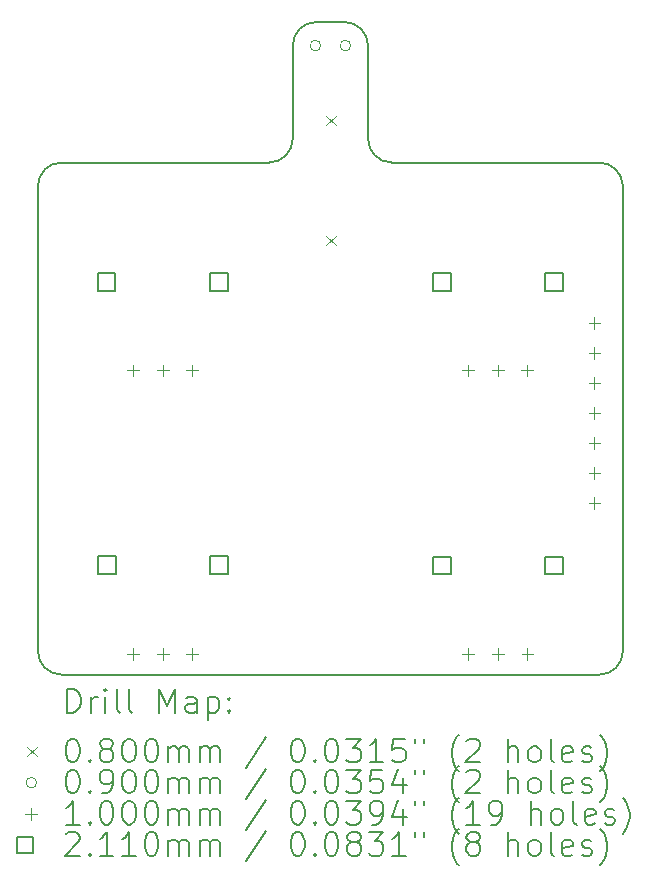
<source format=gbr>
%TF.GenerationSoftware,KiCad,Pcbnew,(6.0.9)*%
%TF.CreationDate,2022-11-21T10:54:18+01:00*%
%TF.ProjectId,IO Board,494f2042-6f61-4726-942e-6b696361645f,rev?*%
%TF.SameCoordinates,Original*%
%TF.FileFunction,Drillmap*%
%TF.FilePolarity,Positive*%
%FSLAX45Y45*%
G04 Gerber Fmt 4.5, Leading zero omitted, Abs format (unit mm)*
G04 Created by KiCad (PCBNEW (6.0.9)) date 2022-11-21 10:54:18*
%MOMM*%
%LPD*%
G01*
G04 APERTURE LIST*
%ADD10C,0.200000*%
%ADD11C,0.080000*%
%ADD12C,0.090000*%
%ADD13C,0.100000*%
%ADD14C,0.210950*%
G04 APERTURE END LIST*
D10*
X24040110Y-7011620D02*
G75*
G03*
X23840112Y-6811620I-200000J0D01*
G01*
X19287787Y-6811617D02*
G75*
G03*
X19087787Y-7011620I3J-200003D01*
G01*
X21882760Y-6611620D02*
X21882760Y-5821620D01*
X21882760Y-6611620D02*
G75*
G03*
X22082760Y-6811620I200000J0D01*
G01*
X19287787Y-11148042D02*
X23840112Y-11148042D01*
X21045139Y-6811619D02*
G75*
G03*
X21245139Y-6611620I1J199999D01*
G01*
X24040112Y-10948042D02*
X24040112Y-7011620D01*
X21045139Y-6811620D02*
X19287787Y-6811620D01*
X19087788Y-10948042D02*
G75*
G03*
X19287787Y-11148042I200002J2D01*
G01*
X19087787Y-7011620D02*
X19087787Y-10948042D01*
X23840112Y-6811620D02*
X22082760Y-6811620D01*
X21882760Y-5821620D02*
G75*
G03*
X21682760Y-5621620I-200000J0D01*
G01*
X21682760Y-5621620D02*
X21445139Y-5621620D01*
X21445139Y-5621619D02*
G75*
G03*
X21245139Y-5821620I1J-200001D01*
G01*
X21245139Y-5821620D02*
X21245139Y-6611620D01*
X23840112Y-11148042D02*
G75*
G03*
X24040112Y-10948042I-2J200002D01*
G01*
D11*
X21528635Y-6416779D02*
X21608635Y-6496779D01*
X21608635Y-6416779D02*
X21528635Y-6496779D01*
X21528635Y-7432779D02*
X21608635Y-7512779D01*
X21608635Y-7432779D02*
X21528635Y-7512779D01*
D12*
X21482600Y-5821680D02*
G75*
G03*
X21482600Y-5821680I-45000J0D01*
G01*
X21736600Y-5821680D02*
G75*
G03*
X21736600Y-5821680I-45000J0D01*
G01*
D13*
X19894814Y-8522046D02*
X19894814Y-8622046D01*
X19844814Y-8572046D02*
X19944814Y-8572046D01*
X19895492Y-10921611D02*
X19895492Y-11021611D01*
X19845492Y-10971611D02*
X19945492Y-10971611D01*
X20144814Y-8522046D02*
X20144814Y-8622046D01*
X20094814Y-8572046D02*
X20194814Y-8572046D01*
X20145492Y-10921611D02*
X20145492Y-11021611D01*
X20095492Y-10971611D02*
X20195492Y-10971611D01*
X20394814Y-8522046D02*
X20394814Y-8622046D01*
X20344814Y-8572046D02*
X20444814Y-8572046D01*
X20395492Y-10921611D02*
X20395492Y-11021611D01*
X20345492Y-10971611D02*
X20445492Y-10971611D01*
X22731638Y-8522301D02*
X22731638Y-8622301D01*
X22681638Y-8572301D02*
X22781638Y-8572301D01*
X22732161Y-10922516D02*
X22732161Y-11022516D01*
X22682161Y-10972516D02*
X22782161Y-10972516D01*
X22981638Y-8522301D02*
X22981638Y-8622301D01*
X22931638Y-8572301D02*
X23031638Y-8572301D01*
X22982161Y-10922516D02*
X22982161Y-11022516D01*
X22932161Y-10972516D02*
X23032161Y-10972516D01*
X23231638Y-8522301D02*
X23231638Y-8622301D01*
X23181638Y-8572301D02*
X23281638Y-8572301D01*
X23232161Y-10922516D02*
X23232161Y-11022516D01*
X23182161Y-10972516D02*
X23282161Y-10972516D01*
X23799800Y-8118640D02*
X23799800Y-8218640D01*
X23749800Y-8168640D02*
X23849800Y-8168640D01*
X23799800Y-8372640D02*
X23799800Y-8472640D01*
X23749800Y-8422640D02*
X23849800Y-8422640D01*
X23799800Y-8626640D02*
X23799800Y-8726640D01*
X23749800Y-8676640D02*
X23849800Y-8676640D01*
X23799800Y-8880640D02*
X23799800Y-8980640D01*
X23749800Y-8930640D02*
X23849800Y-8930640D01*
X23799800Y-9134640D02*
X23799800Y-9234640D01*
X23749800Y-9184640D02*
X23849800Y-9184640D01*
X23799800Y-9388640D02*
X23799800Y-9488640D01*
X23749800Y-9438640D02*
X23849800Y-9438640D01*
X23799800Y-9642640D02*
X23799800Y-9742640D01*
X23749800Y-9692640D02*
X23849800Y-9692640D01*
D14*
X19744397Y-7896629D02*
X19744397Y-7747463D01*
X19595231Y-7747463D01*
X19595231Y-7896629D01*
X19744397Y-7896629D01*
X19745074Y-10296194D02*
X19745074Y-10147028D01*
X19595909Y-10147028D01*
X19595909Y-10296194D01*
X19745074Y-10296194D01*
X20694397Y-7896629D02*
X20694397Y-7747463D01*
X20545231Y-7747463D01*
X20545231Y-7896629D01*
X20694397Y-7896629D01*
X20695074Y-10296194D02*
X20695074Y-10147028D01*
X20545909Y-10147028D01*
X20545909Y-10296194D01*
X20695074Y-10296194D01*
X22581221Y-7896883D02*
X22581221Y-7747718D01*
X22432055Y-7747718D01*
X22432055Y-7896883D01*
X22581221Y-7896883D01*
X22581744Y-10297099D02*
X22581744Y-10147933D01*
X22432578Y-10147933D01*
X22432578Y-10297099D01*
X22581744Y-10297099D01*
X23531221Y-7896883D02*
X23531221Y-7747718D01*
X23382055Y-7747718D01*
X23382055Y-7896883D01*
X23531221Y-7896883D01*
X23531744Y-10297099D02*
X23531744Y-10147933D01*
X23382578Y-10147933D01*
X23382578Y-10297099D01*
X23531744Y-10297099D01*
D10*
X19335406Y-11468518D02*
X19335406Y-11268518D01*
X19383025Y-11268518D01*
X19411597Y-11278042D01*
X19430644Y-11297089D01*
X19440168Y-11316137D01*
X19449692Y-11354232D01*
X19449692Y-11382804D01*
X19440168Y-11420899D01*
X19430644Y-11439946D01*
X19411597Y-11458994D01*
X19383025Y-11468518D01*
X19335406Y-11468518D01*
X19535406Y-11468518D02*
X19535406Y-11335184D01*
X19535406Y-11373280D02*
X19544930Y-11354232D01*
X19554454Y-11344708D01*
X19573501Y-11335184D01*
X19592549Y-11335184D01*
X19659216Y-11468518D02*
X19659216Y-11335184D01*
X19659216Y-11268518D02*
X19649692Y-11278042D01*
X19659216Y-11287565D01*
X19668739Y-11278042D01*
X19659216Y-11268518D01*
X19659216Y-11287565D01*
X19783025Y-11468518D02*
X19763977Y-11458994D01*
X19754454Y-11439946D01*
X19754454Y-11268518D01*
X19887787Y-11468518D02*
X19868739Y-11458994D01*
X19859216Y-11439946D01*
X19859216Y-11268518D01*
X20116358Y-11468518D02*
X20116358Y-11268518D01*
X20183025Y-11411375D01*
X20249692Y-11268518D01*
X20249692Y-11468518D01*
X20430644Y-11468518D02*
X20430644Y-11363756D01*
X20421120Y-11344708D01*
X20402073Y-11335184D01*
X20363977Y-11335184D01*
X20344930Y-11344708D01*
X20430644Y-11458994D02*
X20411597Y-11468518D01*
X20363977Y-11468518D01*
X20344930Y-11458994D01*
X20335406Y-11439946D01*
X20335406Y-11420899D01*
X20344930Y-11401851D01*
X20363977Y-11392327D01*
X20411597Y-11392327D01*
X20430644Y-11382804D01*
X20525882Y-11335184D02*
X20525882Y-11535184D01*
X20525882Y-11344708D02*
X20544930Y-11335184D01*
X20583025Y-11335184D01*
X20602073Y-11344708D01*
X20611597Y-11354232D01*
X20621120Y-11373280D01*
X20621120Y-11430423D01*
X20611597Y-11449470D01*
X20602073Y-11458994D01*
X20583025Y-11468518D01*
X20544930Y-11468518D01*
X20525882Y-11458994D01*
X20706835Y-11449470D02*
X20716358Y-11458994D01*
X20706835Y-11468518D01*
X20697311Y-11458994D01*
X20706835Y-11449470D01*
X20706835Y-11468518D01*
X20706835Y-11344708D02*
X20716358Y-11354232D01*
X20706835Y-11363756D01*
X20697311Y-11354232D01*
X20706835Y-11344708D01*
X20706835Y-11363756D01*
D11*
X18997787Y-11758042D02*
X19077787Y-11838042D01*
X19077787Y-11758042D02*
X18997787Y-11838042D01*
D10*
X19373501Y-11688518D02*
X19392549Y-11688518D01*
X19411597Y-11698042D01*
X19421120Y-11707565D01*
X19430644Y-11726613D01*
X19440168Y-11764708D01*
X19440168Y-11812327D01*
X19430644Y-11850423D01*
X19421120Y-11869470D01*
X19411597Y-11878994D01*
X19392549Y-11888518D01*
X19373501Y-11888518D01*
X19354454Y-11878994D01*
X19344930Y-11869470D01*
X19335406Y-11850423D01*
X19325882Y-11812327D01*
X19325882Y-11764708D01*
X19335406Y-11726613D01*
X19344930Y-11707565D01*
X19354454Y-11698042D01*
X19373501Y-11688518D01*
X19525882Y-11869470D02*
X19535406Y-11878994D01*
X19525882Y-11888518D01*
X19516358Y-11878994D01*
X19525882Y-11869470D01*
X19525882Y-11888518D01*
X19649692Y-11774232D02*
X19630644Y-11764708D01*
X19621120Y-11755184D01*
X19611597Y-11736137D01*
X19611597Y-11726613D01*
X19621120Y-11707565D01*
X19630644Y-11698042D01*
X19649692Y-11688518D01*
X19687787Y-11688518D01*
X19706835Y-11698042D01*
X19716358Y-11707565D01*
X19725882Y-11726613D01*
X19725882Y-11736137D01*
X19716358Y-11755184D01*
X19706835Y-11764708D01*
X19687787Y-11774232D01*
X19649692Y-11774232D01*
X19630644Y-11783756D01*
X19621120Y-11793280D01*
X19611597Y-11812327D01*
X19611597Y-11850423D01*
X19621120Y-11869470D01*
X19630644Y-11878994D01*
X19649692Y-11888518D01*
X19687787Y-11888518D01*
X19706835Y-11878994D01*
X19716358Y-11869470D01*
X19725882Y-11850423D01*
X19725882Y-11812327D01*
X19716358Y-11793280D01*
X19706835Y-11783756D01*
X19687787Y-11774232D01*
X19849692Y-11688518D02*
X19868739Y-11688518D01*
X19887787Y-11698042D01*
X19897311Y-11707565D01*
X19906835Y-11726613D01*
X19916358Y-11764708D01*
X19916358Y-11812327D01*
X19906835Y-11850423D01*
X19897311Y-11869470D01*
X19887787Y-11878994D01*
X19868739Y-11888518D01*
X19849692Y-11888518D01*
X19830644Y-11878994D01*
X19821120Y-11869470D01*
X19811597Y-11850423D01*
X19802073Y-11812327D01*
X19802073Y-11764708D01*
X19811597Y-11726613D01*
X19821120Y-11707565D01*
X19830644Y-11698042D01*
X19849692Y-11688518D01*
X20040168Y-11688518D02*
X20059216Y-11688518D01*
X20078263Y-11698042D01*
X20087787Y-11707565D01*
X20097311Y-11726613D01*
X20106835Y-11764708D01*
X20106835Y-11812327D01*
X20097311Y-11850423D01*
X20087787Y-11869470D01*
X20078263Y-11878994D01*
X20059216Y-11888518D01*
X20040168Y-11888518D01*
X20021120Y-11878994D01*
X20011597Y-11869470D01*
X20002073Y-11850423D01*
X19992549Y-11812327D01*
X19992549Y-11764708D01*
X20002073Y-11726613D01*
X20011597Y-11707565D01*
X20021120Y-11698042D01*
X20040168Y-11688518D01*
X20192549Y-11888518D02*
X20192549Y-11755184D01*
X20192549Y-11774232D02*
X20202073Y-11764708D01*
X20221120Y-11755184D01*
X20249692Y-11755184D01*
X20268739Y-11764708D01*
X20278263Y-11783756D01*
X20278263Y-11888518D01*
X20278263Y-11783756D02*
X20287787Y-11764708D01*
X20306835Y-11755184D01*
X20335406Y-11755184D01*
X20354454Y-11764708D01*
X20363977Y-11783756D01*
X20363977Y-11888518D01*
X20459216Y-11888518D02*
X20459216Y-11755184D01*
X20459216Y-11774232D02*
X20468739Y-11764708D01*
X20487787Y-11755184D01*
X20516358Y-11755184D01*
X20535406Y-11764708D01*
X20544930Y-11783756D01*
X20544930Y-11888518D01*
X20544930Y-11783756D02*
X20554454Y-11764708D01*
X20573501Y-11755184D01*
X20602073Y-11755184D01*
X20621120Y-11764708D01*
X20630644Y-11783756D01*
X20630644Y-11888518D01*
X21021120Y-11678994D02*
X20849692Y-11936137D01*
X21278263Y-11688518D02*
X21297311Y-11688518D01*
X21316358Y-11698042D01*
X21325882Y-11707565D01*
X21335406Y-11726613D01*
X21344930Y-11764708D01*
X21344930Y-11812327D01*
X21335406Y-11850423D01*
X21325882Y-11869470D01*
X21316358Y-11878994D01*
X21297311Y-11888518D01*
X21278263Y-11888518D01*
X21259216Y-11878994D01*
X21249692Y-11869470D01*
X21240168Y-11850423D01*
X21230644Y-11812327D01*
X21230644Y-11764708D01*
X21240168Y-11726613D01*
X21249692Y-11707565D01*
X21259216Y-11698042D01*
X21278263Y-11688518D01*
X21430644Y-11869470D02*
X21440168Y-11878994D01*
X21430644Y-11888518D01*
X21421120Y-11878994D01*
X21430644Y-11869470D01*
X21430644Y-11888518D01*
X21563977Y-11688518D02*
X21583025Y-11688518D01*
X21602073Y-11698042D01*
X21611597Y-11707565D01*
X21621120Y-11726613D01*
X21630644Y-11764708D01*
X21630644Y-11812327D01*
X21621120Y-11850423D01*
X21611597Y-11869470D01*
X21602073Y-11878994D01*
X21583025Y-11888518D01*
X21563977Y-11888518D01*
X21544930Y-11878994D01*
X21535406Y-11869470D01*
X21525882Y-11850423D01*
X21516358Y-11812327D01*
X21516358Y-11764708D01*
X21525882Y-11726613D01*
X21535406Y-11707565D01*
X21544930Y-11698042D01*
X21563977Y-11688518D01*
X21697311Y-11688518D02*
X21821120Y-11688518D01*
X21754454Y-11764708D01*
X21783025Y-11764708D01*
X21802073Y-11774232D01*
X21811597Y-11783756D01*
X21821120Y-11802804D01*
X21821120Y-11850423D01*
X21811597Y-11869470D01*
X21802073Y-11878994D01*
X21783025Y-11888518D01*
X21725882Y-11888518D01*
X21706835Y-11878994D01*
X21697311Y-11869470D01*
X22011597Y-11888518D02*
X21897311Y-11888518D01*
X21954454Y-11888518D02*
X21954454Y-11688518D01*
X21935406Y-11717089D01*
X21916358Y-11736137D01*
X21897311Y-11745661D01*
X22192549Y-11688518D02*
X22097311Y-11688518D01*
X22087787Y-11783756D01*
X22097311Y-11774232D01*
X22116358Y-11764708D01*
X22163977Y-11764708D01*
X22183025Y-11774232D01*
X22192549Y-11783756D01*
X22202073Y-11802804D01*
X22202073Y-11850423D01*
X22192549Y-11869470D01*
X22183025Y-11878994D01*
X22163977Y-11888518D01*
X22116358Y-11888518D01*
X22097311Y-11878994D01*
X22087787Y-11869470D01*
X22278263Y-11688518D02*
X22278263Y-11726613D01*
X22354454Y-11688518D02*
X22354454Y-11726613D01*
X22649692Y-11964708D02*
X22640168Y-11955184D01*
X22621120Y-11926613D01*
X22611596Y-11907565D01*
X22602073Y-11878994D01*
X22592549Y-11831375D01*
X22592549Y-11793280D01*
X22602073Y-11745661D01*
X22611596Y-11717089D01*
X22621120Y-11698042D01*
X22640168Y-11669470D01*
X22649692Y-11659946D01*
X22716358Y-11707565D02*
X22725882Y-11698042D01*
X22744930Y-11688518D01*
X22792549Y-11688518D01*
X22811596Y-11698042D01*
X22821120Y-11707565D01*
X22830644Y-11726613D01*
X22830644Y-11745661D01*
X22821120Y-11774232D01*
X22706835Y-11888518D01*
X22830644Y-11888518D01*
X23068739Y-11888518D02*
X23068739Y-11688518D01*
X23154454Y-11888518D02*
X23154454Y-11783756D01*
X23144930Y-11764708D01*
X23125882Y-11755184D01*
X23097311Y-11755184D01*
X23078263Y-11764708D01*
X23068739Y-11774232D01*
X23278263Y-11888518D02*
X23259215Y-11878994D01*
X23249692Y-11869470D01*
X23240168Y-11850423D01*
X23240168Y-11793280D01*
X23249692Y-11774232D01*
X23259215Y-11764708D01*
X23278263Y-11755184D01*
X23306835Y-11755184D01*
X23325882Y-11764708D01*
X23335406Y-11774232D01*
X23344930Y-11793280D01*
X23344930Y-11850423D01*
X23335406Y-11869470D01*
X23325882Y-11878994D01*
X23306835Y-11888518D01*
X23278263Y-11888518D01*
X23459215Y-11888518D02*
X23440168Y-11878994D01*
X23430644Y-11859946D01*
X23430644Y-11688518D01*
X23611596Y-11878994D02*
X23592549Y-11888518D01*
X23554454Y-11888518D01*
X23535406Y-11878994D01*
X23525882Y-11859946D01*
X23525882Y-11783756D01*
X23535406Y-11764708D01*
X23554454Y-11755184D01*
X23592549Y-11755184D01*
X23611596Y-11764708D01*
X23621120Y-11783756D01*
X23621120Y-11802804D01*
X23525882Y-11821851D01*
X23697311Y-11878994D02*
X23716358Y-11888518D01*
X23754454Y-11888518D01*
X23773501Y-11878994D01*
X23783025Y-11859946D01*
X23783025Y-11850423D01*
X23773501Y-11831375D01*
X23754454Y-11821851D01*
X23725882Y-11821851D01*
X23706835Y-11812327D01*
X23697311Y-11793280D01*
X23697311Y-11783756D01*
X23706835Y-11764708D01*
X23725882Y-11755184D01*
X23754454Y-11755184D01*
X23773501Y-11764708D01*
X23849692Y-11964708D02*
X23859215Y-11955184D01*
X23878263Y-11926613D01*
X23887787Y-11907565D01*
X23897311Y-11878994D01*
X23906835Y-11831375D01*
X23906835Y-11793280D01*
X23897311Y-11745661D01*
X23887787Y-11717089D01*
X23878263Y-11698042D01*
X23859215Y-11669470D01*
X23849692Y-11659946D01*
D12*
X19077787Y-12062042D02*
G75*
G03*
X19077787Y-12062042I-45000J0D01*
G01*
D10*
X19373501Y-11952518D02*
X19392549Y-11952518D01*
X19411597Y-11962042D01*
X19421120Y-11971565D01*
X19430644Y-11990613D01*
X19440168Y-12028708D01*
X19440168Y-12076327D01*
X19430644Y-12114423D01*
X19421120Y-12133470D01*
X19411597Y-12142994D01*
X19392549Y-12152518D01*
X19373501Y-12152518D01*
X19354454Y-12142994D01*
X19344930Y-12133470D01*
X19335406Y-12114423D01*
X19325882Y-12076327D01*
X19325882Y-12028708D01*
X19335406Y-11990613D01*
X19344930Y-11971565D01*
X19354454Y-11962042D01*
X19373501Y-11952518D01*
X19525882Y-12133470D02*
X19535406Y-12142994D01*
X19525882Y-12152518D01*
X19516358Y-12142994D01*
X19525882Y-12133470D01*
X19525882Y-12152518D01*
X19630644Y-12152518D02*
X19668739Y-12152518D01*
X19687787Y-12142994D01*
X19697311Y-12133470D01*
X19716358Y-12104899D01*
X19725882Y-12066804D01*
X19725882Y-11990613D01*
X19716358Y-11971565D01*
X19706835Y-11962042D01*
X19687787Y-11952518D01*
X19649692Y-11952518D01*
X19630644Y-11962042D01*
X19621120Y-11971565D01*
X19611597Y-11990613D01*
X19611597Y-12038232D01*
X19621120Y-12057280D01*
X19630644Y-12066804D01*
X19649692Y-12076327D01*
X19687787Y-12076327D01*
X19706835Y-12066804D01*
X19716358Y-12057280D01*
X19725882Y-12038232D01*
X19849692Y-11952518D02*
X19868739Y-11952518D01*
X19887787Y-11962042D01*
X19897311Y-11971565D01*
X19906835Y-11990613D01*
X19916358Y-12028708D01*
X19916358Y-12076327D01*
X19906835Y-12114423D01*
X19897311Y-12133470D01*
X19887787Y-12142994D01*
X19868739Y-12152518D01*
X19849692Y-12152518D01*
X19830644Y-12142994D01*
X19821120Y-12133470D01*
X19811597Y-12114423D01*
X19802073Y-12076327D01*
X19802073Y-12028708D01*
X19811597Y-11990613D01*
X19821120Y-11971565D01*
X19830644Y-11962042D01*
X19849692Y-11952518D01*
X20040168Y-11952518D02*
X20059216Y-11952518D01*
X20078263Y-11962042D01*
X20087787Y-11971565D01*
X20097311Y-11990613D01*
X20106835Y-12028708D01*
X20106835Y-12076327D01*
X20097311Y-12114423D01*
X20087787Y-12133470D01*
X20078263Y-12142994D01*
X20059216Y-12152518D01*
X20040168Y-12152518D01*
X20021120Y-12142994D01*
X20011597Y-12133470D01*
X20002073Y-12114423D01*
X19992549Y-12076327D01*
X19992549Y-12028708D01*
X20002073Y-11990613D01*
X20011597Y-11971565D01*
X20021120Y-11962042D01*
X20040168Y-11952518D01*
X20192549Y-12152518D02*
X20192549Y-12019184D01*
X20192549Y-12038232D02*
X20202073Y-12028708D01*
X20221120Y-12019184D01*
X20249692Y-12019184D01*
X20268739Y-12028708D01*
X20278263Y-12047756D01*
X20278263Y-12152518D01*
X20278263Y-12047756D02*
X20287787Y-12028708D01*
X20306835Y-12019184D01*
X20335406Y-12019184D01*
X20354454Y-12028708D01*
X20363977Y-12047756D01*
X20363977Y-12152518D01*
X20459216Y-12152518D02*
X20459216Y-12019184D01*
X20459216Y-12038232D02*
X20468739Y-12028708D01*
X20487787Y-12019184D01*
X20516358Y-12019184D01*
X20535406Y-12028708D01*
X20544930Y-12047756D01*
X20544930Y-12152518D01*
X20544930Y-12047756D02*
X20554454Y-12028708D01*
X20573501Y-12019184D01*
X20602073Y-12019184D01*
X20621120Y-12028708D01*
X20630644Y-12047756D01*
X20630644Y-12152518D01*
X21021120Y-11942994D02*
X20849692Y-12200137D01*
X21278263Y-11952518D02*
X21297311Y-11952518D01*
X21316358Y-11962042D01*
X21325882Y-11971565D01*
X21335406Y-11990613D01*
X21344930Y-12028708D01*
X21344930Y-12076327D01*
X21335406Y-12114423D01*
X21325882Y-12133470D01*
X21316358Y-12142994D01*
X21297311Y-12152518D01*
X21278263Y-12152518D01*
X21259216Y-12142994D01*
X21249692Y-12133470D01*
X21240168Y-12114423D01*
X21230644Y-12076327D01*
X21230644Y-12028708D01*
X21240168Y-11990613D01*
X21249692Y-11971565D01*
X21259216Y-11962042D01*
X21278263Y-11952518D01*
X21430644Y-12133470D02*
X21440168Y-12142994D01*
X21430644Y-12152518D01*
X21421120Y-12142994D01*
X21430644Y-12133470D01*
X21430644Y-12152518D01*
X21563977Y-11952518D02*
X21583025Y-11952518D01*
X21602073Y-11962042D01*
X21611597Y-11971565D01*
X21621120Y-11990613D01*
X21630644Y-12028708D01*
X21630644Y-12076327D01*
X21621120Y-12114423D01*
X21611597Y-12133470D01*
X21602073Y-12142994D01*
X21583025Y-12152518D01*
X21563977Y-12152518D01*
X21544930Y-12142994D01*
X21535406Y-12133470D01*
X21525882Y-12114423D01*
X21516358Y-12076327D01*
X21516358Y-12028708D01*
X21525882Y-11990613D01*
X21535406Y-11971565D01*
X21544930Y-11962042D01*
X21563977Y-11952518D01*
X21697311Y-11952518D02*
X21821120Y-11952518D01*
X21754454Y-12028708D01*
X21783025Y-12028708D01*
X21802073Y-12038232D01*
X21811597Y-12047756D01*
X21821120Y-12066804D01*
X21821120Y-12114423D01*
X21811597Y-12133470D01*
X21802073Y-12142994D01*
X21783025Y-12152518D01*
X21725882Y-12152518D01*
X21706835Y-12142994D01*
X21697311Y-12133470D01*
X22002073Y-11952518D02*
X21906835Y-11952518D01*
X21897311Y-12047756D01*
X21906835Y-12038232D01*
X21925882Y-12028708D01*
X21973501Y-12028708D01*
X21992549Y-12038232D01*
X22002073Y-12047756D01*
X22011597Y-12066804D01*
X22011597Y-12114423D01*
X22002073Y-12133470D01*
X21992549Y-12142994D01*
X21973501Y-12152518D01*
X21925882Y-12152518D01*
X21906835Y-12142994D01*
X21897311Y-12133470D01*
X22183025Y-12019184D02*
X22183025Y-12152518D01*
X22135406Y-11942994D02*
X22087787Y-12085851D01*
X22211597Y-12085851D01*
X22278263Y-11952518D02*
X22278263Y-11990613D01*
X22354454Y-11952518D02*
X22354454Y-11990613D01*
X22649692Y-12228708D02*
X22640168Y-12219184D01*
X22621120Y-12190613D01*
X22611596Y-12171565D01*
X22602073Y-12142994D01*
X22592549Y-12095375D01*
X22592549Y-12057280D01*
X22602073Y-12009661D01*
X22611596Y-11981089D01*
X22621120Y-11962042D01*
X22640168Y-11933470D01*
X22649692Y-11923946D01*
X22716358Y-11971565D02*
X22725882Y-11962042D01*
X22744930Y-11952518D01*
X22792549Y-11952518D01*
X22811596Y-11962042D01*
X22821120Y-11971565D01*
X22830644Y-11990613D01*
X22830644Y-12009661D01*
X22821120Y-12038232D01*
X22706835Y-12152518D01*
X22830644Y-12152518D01*
X23068739Y-12152518D02*
X23068739Y-11952518D01*
X23154454Y-12152518D02*
X23154454Y-12047756D01*
X23144930Y-12028708D01*
X23125882Y-12019184D01*
X23097311Y-12019184D01*
X23078263Y-12028708D01*
X23068739Y-12038232D01*
X23278263Y-12152518D02*
X23259215Y-12142994D01*
X23249692Y-12133470D01*
X23240168Y-12114423D01*
X23240168Y-12057280D01*
X23249692Y-12038232D01*
X23259215Y-12028708D01*
X23278263Y-12019184D01*
X23306835Y-12019184D01*
X23325882Y-12028708D01*
X23335406Y-12038232D01*
X23344930Y-12057280D01*
X23344930Y-12114423D01*
X23335406Y-12133470D01*
X23325882Y-12142994D01*
X23306835Y-12152518D01*
X23278263Y-12152518D01*
X23459215Y-12152518D02*
X23440168Y-12142994D01*
X23430644Y-12123946D01*
X23430644Y-11952518D01*
X23611596Y-12142994D02*
X23592549Y-12152518D01*
X23554454Y-12152518D01*
X23535406Y-12142994D01*
X23525882Y-12123946D01*
X23525882Y-12047756D01*
X23535406Y-12028708D01*
X23554454Y-12019184D01*
X23592549Y-12019184D01*
X23611596Y-12028708D01*
X23621120Y-12047756D01*
X23621120Y-12066804D01*
X23525882Y-12085851D01*
X23697311Y-12142994D02*
X23716358Y-12152518D01*
X23754454Y-12152518D01*
X23773501Y-12142994D01*
X23783025Y-12123946D01*
X23783025Y-12114423D01*
X23773501Y-12095375D01*
X23754454Y-12085851D01*
X23725882Y-12085851D01*
X23706835Y-12076327D01*
X23697311Y-12057280D01*
X23697311Y-12047756D01*
X23706835Y-12028708D01*
X23725882Y-12019184D01*
X23754454Y-12019184D01*
X23773501Y-12028708D01*
X23849692Y-12228708D02*
X23859215Y-12219184D01*
X23878263Y-12190613D01*
X23887787Y-12171565D01*
X23897311Y-12142994D01*
X23906835Y-12095375D01*
X23906835Y-12057280D01*
X23897311Y-12009661D01*
X23887787Y-11981089D01*
X23878263Y-11962042D01*
X23859215Y-11933470D01*
X23849692Y-11923946D01*
D13*
X19027787Y-12276042D02*
X19027787Y-12376042D01*
X18977787Y-12326042D02*
X19077787Y-12326042D01*
D10*
X19440168Y-12416518D02*
X19325882Y-12416518D01*
X19383025Y-12416518D02*
X19383025Y-12216518D01*
X19363977Y-12245089D01*
X19344930Y-12264137D01*
X19325882Y-12273661D01*
X19525882Y-12397470D02*
X19535406Y-12406994D01*
X19525882Y-12416518D01*
X19516358Y-12406994D01*
X19525882Y-12397470D01*
X19525882Y-12416518D01*
X19659216Y-12216518D02*
X19678263Y-12216518D01*
X19697311Y-12226042D01*
X19706835Y-12235565D01*
X19716358Y-12254613D01*
X19725882Y-12292708D01*
X19725882Y-12340327D01*
X19716358Y-12378423D01*
X19706835Y-12397470D01*
X19697311Y-12406994D01*
X19678263Y-12416518D01*
X19659216Y-12416518D01*
X19640168Y-12406994D01*
X19630644Y-12397470D01*
X19621120Y-12378423D01*
X19611597Y-12340327D01*
X19611597Y-12292708D01*
X19621120Y-12254613D01*
X19630644Y-12235565D01*
X19640168Y-12226042D01*
X19659216Y-12216518D01*
X19849692Y-12216518D02*
X19868739Y-12216518D01*
X19887787Y-12226042D01*
X19897311Y-12235565D01*
X19906835Y-12254613D01*
X19916358Y-12292708D01*
X19916358Y-12340327D01*
X19906835Y-12378423D01*
X19897311Y-12397470D01*
X19887787Y-12406994D01*
X19868739Y-12416518D01*
X19849692Y-12416518D01*
X19830644Y-12406994D01*
X19821120Y-12397470D01*
X19811597Y-12378423D01*
X19802073Y-12340327D01*
X19802073Y-12292708D01*
X19811597Y-12254613D01*
X19821120Y-12235565D01*
X19830644Y-12226042D01*
X19849692Y-12216518D01*
X20040168Y-12216518D02*
X20059216Y-12216518D01*
X20078263Y-12226042D01*
X20087787Y-12235565D01*
X20097311Y-12254613D01*
X20106835Y-12292708D01*
X20106835Y-12340327D01*
X20097311Y-12378423D01*
X20087787Y-12397470D01*
X20078263Y-12406994D01*
X20059216Y-12416518D01*
X20040168Y-12416518D01*
X20021120Y-12406994D01*
X20011597Y-12397470D01*
X20002073Y-12378423D01*
X19992549Y-12340327D01*
X19992549Y-12292708D01*
X20002073Y-12254613D01*
X20011597Y-12235565D01*
X20021120Y-12226042D01*
X20040168Y-12216518D01*
X20192549Y-12416518D02*
X20192549Y-12283184D01*
X20192549Y-12302232D02*
X20202073Y-12292708D01*
X20221120Y-12283184D01*
X20249692Y-12283184D01*
X20268739Y-12292708D01*
X20278263Y-12311756D01*
X20278263Y-12416518D01*
X20278263Y-12311756D02*
X20287787Y-12292708D01*
X20306835Y-12283184D01*
X20335406Y-12283184D01*
X20354454Y-12292708D01*
X20363977Y-12311756D01*
X20363977Y-12416518D01*
X20459216Y-12416518D02*
X20459216Y-12283184D01*
X20459216Y-12302232D02*
X20468739Y-12292708D01*
X20487787Y-12283184D01*
X20516358Y-12283184D01*
X20535406Y-12292708D01*
X20544930Y-12311756D01*
X20544930Y-12416518D01*
X20544930Y-12311756D02*
X20554454Y-12292708D01*
X20573501Y-12283184D01*
X20602073Y-12283184D01*
X20621120Y-12292708D01*
X20630644Y-12311756D01*
X20630644Y-12416518D01*
X21021120Y-12206994D02*
X20849692Y-12464137D01*
X21278263Y-12216518D02*
X21297311Y-12216518D01*
X21316358Y-12226042D01*
X21325882Y-12235565D01*
X21335406Y-12254613D01*
X21344930Y-12292708D01*
X21344930Y-12340327D01*
X21335406Y-12378423D01*
X21325882Y-12397470D01*
X21316358Y-12406994D01*
X21297311Y-12416518D01*
X21278263Y-12416518D01*
X21259216Y-12406994D01*
X21249692Y-12397470D01*
X21240168Y-12378423D01*
X21230644Y-12340327D01*
X21230644Y-12292708D01*
X21240168Y-12254613D01*
X21249692Y-12235565D01*
X21259216Y-12226042D01*
X21278263Y-12216518D01*
X21430644Y-12397470D02*
X21440168Y-12406994D01*
X21430644Y-12416518D01*
X21421120Y-12406994D01*
X21430644Y-12397470D01*
X21430644Y-12416518D01*
X21563977Y-12216518D02*
X21583025Y-12216518D01*
X21602073Y-12226042D01*
X21611597Y-12235565D01*
X21621120Y-12254613D01*
X21630644Y-12292708D01*
X21630644Y-12340327D01*
X21621120Y-12378423D01*
X21611597Y-12397470D01*
X21602073Y-12406994D01*
X21583025Y-12416518D01*
X21563977Y-12416518D01*
X21544930Y-12406994D01*
X21535406Y-12397470D01*
X21525882Y-12378423D01*
X21516358Y-12340327D01*
X21516358Y-12292708D01*
X21525882Y-12254613D01*
X21535406Y-12235565D01*
X21544930Y-12226042D01*
X21563977Y-12216518D01*
X21697311Y-12216518D02*
X21821120Y-12216518D01*
X21754454Y-12292708D01*
X21783025Y-12292708D01*
X21802073Y-12302232D01*
X21811597Y-12311756D01*
X21821120Y-12330804D01*
X21821120Y-12378423D01*
X21811597Y-12397470D01*
X21802073Y-12406994D01*
X21783025Y-12416518D01*
X21725882Y-12416518D01*
X21706835Y-12406994D01*
X21697311Y-12397470D01*
X21916358Y-12416518D02*
X21954454Y-12416518D01*
X21973501Y-12406994D01*
X21983025Y-12397470D01*
X22002073Y-12368899D01*
X22011597Y-12330804D01*
X22011597Y-12254613D01*
X22002073Y-12235565D01*
X21992549Y-12226042D01*
X21973501Y-12216518D01*
X21935406Y-12216518D01*
X21916358Y-12226042D01*
X21906835Y-12235565D01*
X21897311Y-12254613D01*
X21897311Y-12302232D01*
X21906835Y-12321280D01*
X21916358Y-12330804D01*
X21935406Y-12340327D01*
X21973501Y-12340327D01*
X21992549Y-12330804D01*
X22002073Y-12321280D01*
X22011597Y-12302232D01*
X22183025Y-12283184D02*
X22183025Y-12416518D01*
X22135406Y-12206994D02*
X22087787Y-12349851D01*
X22211597Y-12349851D01*
X22278263Y-12216518D02*
X22278263Y-12254613D01*
X22354454Y-12216518D02*
X22354454Y-12254613D01*
X22649692Y-12492708D02*
X22640168Y-12483184D01*
X22621120Y-12454613D01*
X22611596Y-12435565D01*
X22602073Y-12406994D01*
X22592549Y-12359375D01*
X22592549Y-12321280D01*
X22602073Y-12273661D01*
X22611596Y-12245089D01*
X22621120Y-12226042D01*
X22640168Y-12197470D01*
X22649692Y-12187946D01*
X22830644Y-12416518D02*
X22716358Y-12416518D01*
X22773501Y-12416518D02*
X22773501Y-12216518D01*
X22754454Y-12245089D01*
X22735406Y-12264137D01*
X22716358Y-12273661D01*
X22925882Y-12416518D02*
X22963977Y-12416518D01*
X22983025Y-12406994D01*
X22992549Y-12397470D01*
X23011596Y-12368899D01*
X23021120Y-12330804D01*
X23021120Y-12254613D01*
X23011596Y-12235565D01*
X23002073Y-12226042D01*
X22983025Y-12216518D01*
X22944930Y-12216518D01*
X22925882Y-12226042D01*
X22916358Y-12235565D01*
X22906835Y-12254613D01*
X22906835Y-12302232D01*
X22916358Y-12321280D01*
X22925882Y-12330804D01*
X22944930Y-12340327D01*
X22983025Y-12340327D01*
X23002073Y-12330804D01*
X23011596Y-12321280D01*
X23021120Y-12302232D01*
X23259215Y-12416518D02*
X23259215Y-12216518D01*
X23344930Y-12416518D02*
X23344930Y-12311756D01*
X23335406Y-12292708D01*
X23316358Y-12283184D01*
X23287787Y-12283184D01*
X23268739Y-12292708D01*
X23259215Y-12302232D01*
X23468739Y-12416518D02*
X23449692Y-12406994D01*
X23440168Y-12397470D01*
X23430644Y-12378423D01*
X23430644Y-12321280D01*
X23440168Y-12302232D01*
X23449692Y-12292708D01*
X23468739Y-12283184D01*
X23497311Y-12283184D01*
X23516358Y-12292708D01*
X23525882Y-12302232D01*
X23535406Y-12321280D01*
X23535406Y-12378423D01*
X23525882Y-12397470D01*
X23516358Y-12406994D01*
X23497311Y-12416518D01*
X23468739Y-12416518D01*
X23649692Y-12416518D02*
X23630644Y-12406994D01*
X23621120Y-12387946D01*
X23621120Y-12216518D01*
X23802073Y-12406994D02*
X23783025Y-12416518D01*
X23744930Y-12416518D01*
X23725882Y-12406994D01*
X23716358Y-12387946D01*
X23716358Y-12311756D01*
X23725882Y-12292708D01*
X23744930Y-12283184D01*
X23783025Y-12283184D01*
X23802073Y-12292708D01*
X23811596Y-12311756D01*
X23811596Y-12330804D01*
X23716358Y-12349851D01*
X23887787Y-12406994D02*
X23906835Y-12416518D01*
X23944930Y-12416518D01*
X23963977Y-12406994D01*
X23973501Y-12387946D01*
X23973501Y-12378423D01*
X23963977Y-12359375D01*
X23944930Y-12349851D01*
X23916358Y-12349851D01*
X23897311Y-12340327D01*
X23887787Y-12321280D01*
X23887787Y-12311756D01*
X23897311Y-12292708D01*
X23916358Y-12283184D01*
X23944930Y-12283184D01*
X23963977Y-12292708D01*
X24040168Y-12492708D02*
X24049692Y-12483184D01*
X24068739Y-12454613D01*
X24078263Y-12435565D01*
X24087787Y-12406994D01*
X24097311Y-12359375D01*
X24097311Y-12321280D01*
X24087787Y-12273661D01*
X24078263Y-12245089D01*
X24068739Y-12226042D01*
X24049692Y-12197470D01*
X24040168Y-12187946D01*
X19048498Y-12660753D02*
X19048498Y-12519330D01*
X18907076Y-12519330D01*
X18907076Y-12660753D01*
X19048498Y-12660753D01*
X19325882Y-12499565D02*
X19335406Y-12490042D01*
X19354454Y-12480518D01*
X19402073Y-12480518D01*
X19421120Y-12490042D01*
X19430644Y-12499565D01*
X19440168Y-12518613D01*
X19440168Y-12537661D01*
X19430644Y-12566232D01*
X19316358Y-12680518D01*
X19440168Y-12680518D01*
X19525882Y-12661470D02*
X19535406Y-12670994D01*
X19525882Y-12680518D01*
X19516358Y-12670994D01*
X19525882Y-12661470D01*
X19525882Y-12680518D01*
X19725882Y-12680518D02*
X19611597Y-12680518D01*
X19668739Y-12680518D02*
X19668739Y-12480518D01*
X19649692Y-12509089D01*
X19630644Y-12528137D01*
X19611597Y-12537661D01*
X19916358Y-12680518D02*
X19802073Y-12680518D01*
X19859216Y-12680518D02*
X19859216Y-12480518D01*
X19840168Y-12509089D01*
X19821120Y-12528137D01*
X19802073Y-12537661D01*
X20040168Y-12480518D02*
X20059216Y-12480518D01*
X20078263Y-12490042D01*
X20087787Y-12499565D01*
X20097311Y-12518613D01*
X20106835Y-12556708D01*
X20106835Y-12604327D01*
X20097311Y-12642423D01*
X20087787Y-12661470D01*
X20078263Y-12670994D01*
X20059216Y-12680518D01*
X20040168Y-12680518D01*
X20021120Y-12670994D01*
X20011597Y-12661470D01*
X20002073Y-12642423D01*
X19992549Y-12604327D01*
X19992549Y-12556708D01*
X20002073Y-12518613D01*
X20011597Y-12499565D01*
X20021120Y-12490042D01*
X20040168Y-12480518D01*
X20192549Y-12680518D02*
X20192549Y-12547184D01*
X20192549Y-12566232D02*
X20202073Y-12556708D01*
X20221120Y-12547184D01*
X20249692Y-12547184D01*
X20268739Y-12556708D01*
X20278263Y-12575756D01*
X20278263Y-12680518D01*
X20278263Y-12575756D02*
X20287787Y-12556708D01*
X20306835Y-12547184D01*
X20335406Y-12547184D01*
X20354454Y-12556708D01*
X20363977Y-12575756D01*
X20363977Y-12680518D01*
X20459216Y-12680518D02*
X20459216Y-12547184D01*
X20459216Y-12566232D02*
X20468739Y-12556708D01*
X20487787Y-12547184D01*
X20516358Y-12547184D01*
X20535406Y-12556708D01*
X20544930Y-12575756D01*
X20544930Y-12680518D01*
X20544930Y-12575756D02*
X20554454Y-12556708D01*
X20573501Y-12547184D01*
X20602073Y-12547184D01*
X20621120Y-12556708D01*
X20630644Y-12575756D01*
X20630644Y-12680518D01*
X21021120Y-12470994D02*
X20849692Y-12728137D01*
X21278263Y-12480518D02*
X21297311Y-12480518D01*
X21316358Y-12490042D01*
X21325882Y-12499565D01*
X21335406Y-12518613D01*
X21344930Y-12556708D01*
X21344930Y-12604327D01*
X21335406Y-12642423D01*
X21325882Y-12661470D01*
X21316358Y-12670994D01*
X21297311Y-12680518D01*
X21278263Y-12680518D01*
X21259216Y-12670994D01*
X21249692Y-12661470D01*
X21240168Y-12642423D01*
X21230644Y-12604327D01*
X21230644Y-12556708D01*
X21240168Y-12518613D01*
X21249692Y-12499565D01*
X21259216Y-12490042D01*
X21278263Y-12480518D01*
X21430644Y-12661470D02*
X21440168Y-12670994D01*
X21430644Y-12680518D01*
X21421120Y-12670994D01*
X21430644Y-12661470D01*
X21430644Y-12680518D01*
X21563977Y-12480518D02*
X21583025Y-12480518D01*
X21602073Y-12490042D01*
X21611597Y-12499565D01*
X21621120Y-12518613D01*
X21630644Y-12556708D01*
X21630644Y-12604327D01*
X21621120Y-12642423D01*
X21611597Y-12661470D01*
X21602073Y-12670994D01*
X21583025Y-12680518D01*
X21563977Y-12680518D01*
X21544930Y-12670994D01*
X21535406Y-12661470D01*
X21525882Y-12642423D01*
X21516358Y-12604327D01*
X21516358Y-12556708D01*
X21525882Y-12518613D01*
X21535406Y-12499565D01*
X21544930Y-12490042D01*
X21563977Y-12480518D01*
X21744930Y-12566232D02*
X21725882Y-12556708D01*
X21716358Y-12547184D01*
X21706835Y-12528137D01*
X21706835Y-12518613D01*
X21716358Y-12499565D01*
X21725882Y-12490042D01*
X21744930Y-12480518D01*
X21783025Y-12480518D01*
X21802073Y-12490042D01*
X21811597Y-12499565D01*
X21821120Y-12518613D01*
X21821120Y-12528137D01*
X21811597Y-12547184D01*
X21802073Y-12556708D01*
X21783025Y-12566232D01*
X21744930Y-12566232D01*
X21725882Y-12575756D01*
X21716358Y-12585280D01*
X21706835Y-12604327D01*
X21706835Y-12642423D01*
X21716358Y-12661470D01*
X21725882Y-12670994D01*
X21744930Y-12680518D01*
X21783025Y-12680518D01*
X21802073Y-12670994D01*
X21811597Y-12661470D01*
X21821120Y-12642423D01*
X21821120Y-12604327D01*
X21811597Y-12585280D01*
X21802073Y-12575756D01*
X21783025Y-12566232D01*
X21887787Y-12480518D02*
X22011597Y-12480518D01*
X21944930Y-12556708D01*
X21973501Y-12556708D01*
X21992549Y-12566232D01*
X22002073Y-12575756D01*
X22011597Y-12594804D01*
X22011597Y-12642423D01*
X22002073Y-12661470D01*
X21992549Y-12670994D01*
X21973501Y-12680518D01*
X21916358Y-12680518D01*
X21897311Y-12670994D01*
X21887787Y-12661470D01*
X22202073Y-12680518D02*
X22087787Y-12680518D01*
X22144930Y-12680518D02*
X22144930Y-12480518D01*
X22125882Y-12509089D01*
X22106835Y-12528137D01*
X22087787Y-12537661D01*
X22278263Y-12480518D02*
X22278263Y-12518613D01*
X22354454Y-12480518D02*
X22354454Y-12518613D01*
X22649692Y-12756708D02*
X22640168Y-12747184D01*
X22621120Y-12718613D01*
X22611596Y-12699565D01*
X22602073Y-12670994D01*
X22592549Y-12623375D01*
X22592549Y-12585280D01*
X22602073Y-12537661D01*
X22611596Y-12509089D01*
X22621120Y-12490042D01*
X22640168Y-12461470D01*
X22649692Y-12451946D01*
X22754454Y-12566232D02*
X22735406Y-12556708D01*
X22725882Y-12547184D01*
X22716358Y-12528137D01*
X22716358Y-12518613D01*
X22725882Y-12499565D01*
X22735406Y-12490042D01*
X22754454Y-12480518D01*
X22792549Y-12480518D01*
X22811596Y-12490042D01*
X22821120Y-12499565D01*
X22830644Y-12518613D01*
X22830644Y-12528137D01*
X22821120Y-12547184D01*
X22811596Y-12556708D01*
X22792549Y-12566232D01*
X22754454Y-12566232D01*
X22735406Y-12575756D01*
X22725882Y-12585280D01*
X22716358Y-12604327D01*
X22716358Y-12642423D01*
X22725882Y-12661470D01*
X22735406Y-12670994D01*
X22754454Y-12680518D01*
X22792549Y-12680518D01*
X22811596Y-12670994D01*
X22821120Y-12661470D01*
X22830644Y-12642423D01*
X22830644Y-12604327D01*
X22821120Y-12585280D01*
X22811596Y-12575756D01*
X22792549Y-12566232D01*
X23068739Y-12680518D02*
X23068739Y-12480518D01*
X23154454Y-12680518D02*
X23154454Y-12575756D01*
X23144930Y-12556708D01*
X23125882Y-12547184D01*
X23097311Y-12547184D01*
X23078263Y-12556708D01*
X23068739Y-12566232D01*
X23278263Y-12680518D02*
X23259215Y-12670994D01*
X23249692Y-12661470D01*
X23240168Y-12642423D01*
X23240168Y-12585280D01*
X23249692Y-12566232D01*
X23259215Y-12556708D01*
X23278263Y-12547184D01*
X23306835Y-12547184D01*
X23325882Y-12556708D01*
X23335406Y-12566232D01*
X23344930Y-12585280D01*
X23344930Y-12642423D01*
X23335406Y-12661470D01*
X23325882Y-12670994D01*
X23306835Y-12680518D01*
X23278263Y-12680518D01*
X23459215Y-12680518D02*
X23440168Y-12670994D01*
X23430644Y-12651946D01*
X23430644Y-12480518D01*
X23611596Y-12670994D02*
X23592549Y-12680518D01*
X23554454Y-12680518D01*
X23535406Y-12670994D01*
X23525882Y-12651946D01*
X23525882Y-12575756D01*
X23535406Y-12556708D01*
X23554454Y-12547184D01*
X23592549Y-12547184D01*
X23611596Y-12556708D01*
X23621120Y-12575756D01*
X23621120Y-12594804D01*
X23525882Y-12613851D01*
X23697311Y-12670994D02*
X23716358Y-12680518D01*
X23754454Y-12680518D01*
X23773501Y-12670994D01*
X23783025Y-12651946D01*
X23783025Y-12642423D01*
X23773501Y-12623375D01*
X23754454Y-12613851D01*
X23725882Y-12613851D01*
X23706835Y-12604327D01*
X23697311Y-12585280D01*
X23697311Y-12575756D01*
X23706835Y-12556708D01*
X23725882Y-12547184D01*
X23754454Y-12547184D01*
X23773501Y-12556708D01*
X23849692Y-12756708D02*
X23859215Y-12747184D01*
X23878263Y-12718613D01*
X23887787Y-12699565D01*
X23897311Y-12670994D01*
X23906835Y-12623375D01*
X23906835Y-12585280D01*
X23897311Y-12537661D01*
X23887787Y-12509089D01*
X23878263Y-12490042D01*
X23859215Y-12461470D01*
X23849692Y-12451946D01*
M02*

</source>
